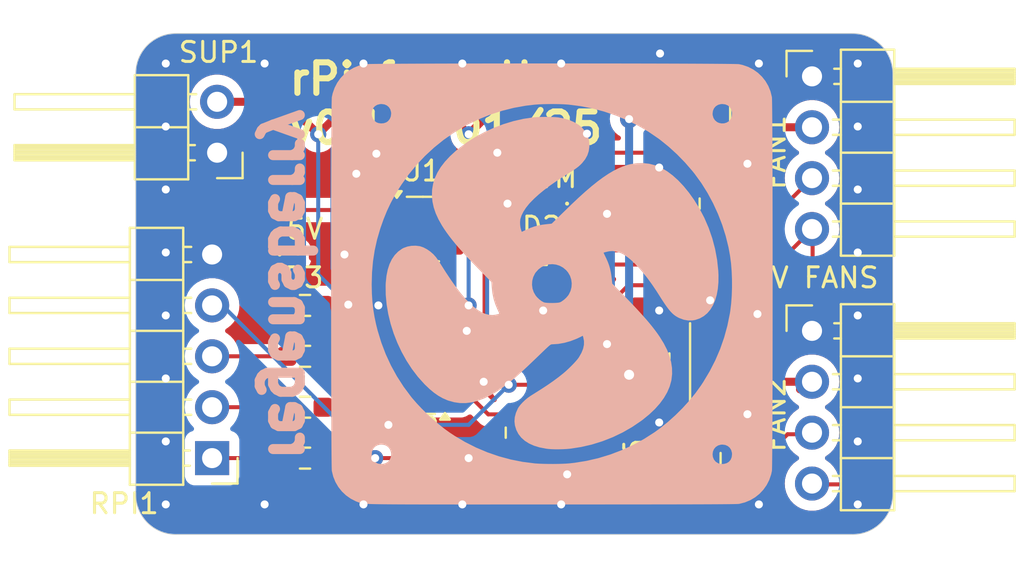
<source format=kicad_pcb>
(kicad_pcb (version 20240108) (generator "pcbnew") (generator_version "8.0")
  (title_block (rev "1"))
  (layers (0 "F.Cu" signal "Front") (1 "In1.Cu" signal) (2 "In2.Cu" signal) (31 "B.Cu" signal "Back") (34 "B.Paste" user) (35 "F.Paste" user) (36 "B.SilkS" user "B.Silkscreen") (37 "F.SilkS" user "F.Silkscreen") (38 "B.Mask" user) (39 "F.Mask" user) (44 "Edge.Cuts" user))
  (net 0 "")
  (net 1 "GND")
  (net 2 "+5V")
  (net 3 "+3.3V")
  (net 4 "Net-(D2-Pad1)")
  (net 5 "PWM_CTL_5V")
  (net 6 "TACH2_3V3")
  (net 7 "PWM_CTL_3V3")
  (net 8 "TACH1_3V3")
  (net 9 "TACH1_5V")
  (net 10 "TACH2_5V")
  (net 12 "Net-(D5-Pad1)")
  (net 13 "Net-(D6-Pad1)")
  (net 14 "Net-(D3-Pad1)")
  (net 15 "Net-(R7-Pad2)")
  (net 16 "Net-(R10-Pad2)")
  (net 17 "Net-(RPI1-Pin_3)")
  (net 18 "Net-(RPI1-Pin_1)")
  (net 19 "Net-(RPI1-Pin_2)")
  (footprint "Resistor_SMD:R_0603_1608Metric_Pad0.98x0.95mm_HandSolder" (layer "F.Cu") (at 100.2625 64.84 90)
    (property "Reference" "R8" (hide yes))
    (property "Value" "33K")
    (pad "1" smd roundrect (at -0.9125 0 90) (size 0.975 0.95) (layers "F.Cu" "F.Paste" "F.Mask") (net 15 "Net-(R7-Pad2)"))
    (pad "2" smd roundrect (at 0.9125 0 90) (size 0.975 0.95) (layers "F.Cu" "F.Paste" "F.Mask") (net 1 "GND"))
  )
  (footprint "Resistor_SMD:R_0603_1608Metric_Pad0.98x0.95mm_HandSolder" (layer "F.Cu") (at 87.1925 71.19)
    (property "Reference" "R1" (hide yes))
    (property "Value" "0R")
    (pad "1" smd roundrect (at -0.9125 0) (size 0.975 0.95) (layers "F.Cu" "F.Paste" "F.Mask") (net 18 "Net-(RPI1-Pin_1)"))
    (pad "2" smd roundrect (at 0.9125 0) (size 0.975 0.95) (layers "F.Cu" "F.Paste" "F.Mask") (net 7 "PWM_CTL_3V3"))
  )
  (footprint "Resistor_SMD:R_0603_1608Metric_Pad0.98x0.95mm_HandSolder" (layer "F.Cu") (at 107.39 71.19 -90)
    (property "Reference" "R9" (hide yes))
    (property "Value" "1K")
    (pad "1" smd roundrect (at -0.9125 0 270) (size 0.975 0.95) (layers "F.Cu" "F.Paste" "F.Mask") (net 6 "TACH2_3V3"))
    (pad "2" smd roundrect (at 0.9125 0 270) (size 0.975 0.95) (layers "F.Cu" "F.Paste" "F.Mask") (net 13 "Net-(D6-Pad1)"))
  )
  (footprint "Connector_PinHeader_2.54mm:PinHeader_1x04_P2.54mm_Horizontal" (layer "F.Cu") (at 112.47 64.84)
    (property "Reference" "FAN2" (at -1.84125 4.19 90) (layer "F.SilkS"))
    (property "Value" "Conn_01x04")
    (pad "1" thru_hole rect (at 0 0) (size 1.7 1.7) (drill 1) (layers "*.Cu" "*.Mask") (net 1 "GND"))
    (pad "2" thru_hole oval (at 0 2.54) (size 1.7 1.7) (drill 1) (layers "*.Cu" "*.Mask") (net 2 "+5V"))
    (pad "3" thru_hole oval (at 0 5.08) (size 1.7 1.7) (drill 1) (layers "*.Cu" "*.Mask") (net 10 "TACH2_5V"))
    (pad "4" thru_hole oval (at 0 7.62) (size 1.7 1.7) (drill 1) (layers "*.Cu" "*.Mask") (net 5 "PWM_CTL_5V"))
  )
  (footprint "Resistor_SMD:R_0603_1608Metric_Pad0.98x0.95mm_HandSolder" (layer "F.Cu") (at 107.39 58.49 -90)
    (property "Reference" "R6" (hide yes))
    (property "Value" "1K")
    (pad "1" smd roundrect (at -0.9125 0 270) (size 0.975 0.95) (layers "F.Cu" "F.Paste" "F.Mask") (net 8 "TACH1_3V3"))
    (pad "2" smd roundrect (at 0.9125 0 270) (size 0.975 0.95) (layers "F.Cu" "F.Paste" "F.Mask") (net 12 "Net-(D5-Pad1)"))
  )
  (footprint "Resistor_SMD:R_0603_1608Metric_Pad0.98x0.95mm_HandSolder" (layer "F.Cu") (at 100.2625 69.92 -90)
    (property "Reference" "R11" (hide yes))
    (property "Value" "33K")
    (pad "1" smd roundrect (at -0.9125 0 270) (size 0.975 0.95) (layers "F.Cu" "F.Paste" "F.Mask") (net 16 "Net-(R10-Pad2)"))
    (pad "2" smd roundrect (at 0.9125 0 270) (size 0.975 0.95) (layers "F.Cu" "F.Paste" "F.Mask") (net 1 "GND"))
  )
  (footprint "Package_TO_SOT_SMD:SOT-23-6_Handsoldering" (layer "F.Cu") (at 92.97 59.76)
    (property "Reference" "U1" (at 0 -2.9 0) (layer "F.SilkS"))
    (property "Value" "74LVC2G17")
    (pad "1" smd roundrect (at -1.35 -0.95) (size 1.56 0.65) (layers "F.Cu" "F.Paste" "F.Mask") (net 7 "PWM_CTL_3V3"))
    (pad "2" smd roundrect (at -1.35 0) (size 1.56 0.65) (layers "F.Cu" "F.Paste" "F.Mask") (net 1 "GND"))
    (pad "3" smd roundrect (at -1.35 0.95) (size 1.56 0.65) (layers "F.Cu" "F.Paste" "F.Mask") (net 1 "GND"))
    (pad "4" smd roundrect (at 1.35 0.95) (size 1.56 0.65) (layers "F.Cu" "F.Paste" "F.Mask"))
    (pad "5" smd roundrect (at 1.35 0) (size 1.56 0.65) (layers "F.Cu" "F.Paste" "F.Mask") (net 2 "+5V"))
    (pad "6" smd roundrect (at 1.35 -0.95) (size 1.56 0.65) (layers "F.Cu" "F.Paste" "F.Mask") (net 5 "PWM_CTL_5V"))
  )
  (footprint "Capacitor_SMD:C_0603_1608Metric_Pad1.08x0.95mm_HandSolder" (layer "F.Cu") (at 93.05 71.19)
    (property "Reference" "C3" (hide yes))
    (property "Value" "0u1")
    (pad "1" smd roundrect (at -0.8625 0) (size 1.075 0.95) (layers "F.Cu" "F.Paste" "F.Mask") (net 3 "+3.3V"))
    (pad "2" smd roundrect (at 0.8625 0) (size 1.075 0.95) (layers "F.Cu" "F.Paste" "F.Mask") (net 1 "GND"))
  )
  (footprint "Resistor_SMD:R_0603_1608Metric_Pad0.98x0.95mm_HandSolder" (layer "F.Cu") (at 98.9925 61.03)
    (property "Reference" "R4" (hide yes))
    (property "Value" "1K")
    (pad "1" smd roundrect (at -0.9125 0) (size 0.975 0.95) (layers "F.Cu" "F.Paste" "F.Mask") (net 5 "PWM_CTL_5V"))
    (pad "2" smd roundrect (at 0.9125 0) (size 0.975 0.95) (layers "F.Cu" "F.Paste" "F.Mask") (net 4 "Net-(D2-Pad1)"))
  )
  (footprint "Resistor_SMD:R_0603_1608Metric_Pad0.98x0.95mm_HandSolder" (layer "F.Cu") (at 97.7225 64.84 -90)
    (property "Reference" "R7" (hide yes))
    (property "Value" "18K")
    (pad "1" smd roundrect (at -0.9125 0 270) (size 0.975 0.95) (layers "F.Cu" "F.Paste" "F.Mask") (net 9 "TACH1_5V"))
    (pad "2" smd roundrect (at 0.9125 0 270) (size 0.975 0.95) (layers "F.Cu" "F.Paste" "F.Mask") (net 15 "Net-(R7-Pad2)"))
  )
  (footprint "Resistor_SMD:R_0603_1608Metric_Pad0.98x0.95mm_HandSolder" (layer "F.Cu") (at 87.1925 68.65)
    (property "Reference" "R2" (hide yes))
    (property "Value" "0R")
    (pad "1" smd roundrect (at -0.9125 0) (size 0.975 0.95) (layers "F.Cu" "F.Paste" "F.Mask") (net 19 "Net-(RPI1-Pin_2)"))
    (pad "2" smd roundrect (at 0.9125 0) (size 0.975 0.95) (layers "F.Cu" "F.Paste" "F.Mask") (net 6 "TACH2_3V3"))
  )
  (footprint "Capacitor_SMD:C_0603_1608Metric_Pad1.08x0.95mm_HandSolder" (layer "F.Cu") (at 92.97 63.57 180)
    (property "Reference" "C4" (hide yes))
    (property "Value" "0u1")
    (pad "1" smd roundrect (at -0.8625 0 180) (size 1.075 0.95) (layers "F.Cu" "F.Paste" "F.Mask") (net 2 "+5V"))
    (pad "2" smd roundrect (at 0.8625 0 180) (size 1.075 0.95) (layers "F.Cu" "F.Paste" "F.Mask") (net 1 "GND"))
  )
  (footprint "Connector_PinHeader_2.54mm:PinHeader_1x05_P2.54mm_Horizontal" (layer "F.Cu") (at 82.56 71.19 180)
    (property "Reference" "RPI1" (at 4.385 -2.27 180) (layer "F.SilkS"))
    (property "Value" "Conn_01x05")
    (pad "1" thru_hole rect (at 0 0 180) (size 1.7 1.7) (drill 1) (layers "*.Cu" "*.Mask") (net 18 "Net-(RPI1-Pin_1)"))
    (pad "2" thru_hole oval (at 0 2.54 180) (size 1.7 1.7) (drill 1) (layers "*.Cu" "*.Mask") (net 19 "Net-(RPI1-Pin_2)"))
    (pad "3" thru_hole oval (at 0 5.08 180) (size 1.7 1.7) (drill 1) (layers "*.Cu" "*.Mask") (net 17 "Net-(RPI1-Pin_3)"))
    (pad "4" thru_hole oval (at 0 7.62 180) (size 1.7 1.7) (drill 1) (layers "*.Cu" "*.Mask") (net 3 "+3.3V"))
    (pad "5" thru_hole oval (at 0 10.16 180) (size 1.7 1.7) (drill 1) (layers "*.Cu" "*.Mask") (net 1 "GND"))
  )
  (footprint "Capacitor_SMD:C_0603_1608Metric_Pad1.08x0.95mm_HandSolder" (layer "F.Cu") (at 104.85 53.41 90)
    (property "Reference" "C2" (hide yes))
    (property "Value" "0u1")
    (pad "1" smd roundrect (at -0.8625 0 90) (size 1.075 0.95) (layers "F.Cu" "F.Paste" "F.Mask") (net 2 "+5V"))
    (pad "2" smd roundrect (at 0.8625 0 90) (size 1.075 0.95) (layers "F.Cu" "F.Paste" "F.Mask") (net 1 "GND"))
  )
  (footprint "Diode_SMD:D_SOD-123F" (layer "F.Cu") (at 107.39 53.28 90)
    (property "Reference" "D1" (at 0.34 1.98875 90) (layer "F.SilkS"))
    (property "Value" "D")
    (pad "1" smd roundrect (at -1.4 0 90) (size 1.1 1.1) (layers "F.Cu" "F.Paste" "F.Mask") (roundrect_rratio 0.2272727273) (net 2 "+5V"))
    (pad "2" smd roundrect (at 1.4 0 90) (size 1.1 1.1) (layers "F.Cu" "F.Paste" "F.Mask") (roundrect_rratio 0.2272727273) (net 1 "GND"))
  )
  (footprint "Diode_SMD:D_SOD-123" (layer "F.Cu") (at 107.39 66.11 90)
    (property "Reference" "D4" (at 0 1.98875 90) (layer "F.SilkS"))
    (property "Value" "D")
    (pad "1" smd roundrect (at -1.65 0 90) (size 0.9 1.2) (layers "F.Cu" "F.Paste" "F.Mask") (net 2 "+5V"))
    (pad "2" smd roundrect (at 1.65 0 90) (size 0.9 1.2) (layers "F.Cu" "F.Paste" "F.Mask") (net 1 "GND"))
  )
  (footprint "Diode_SMD:D_0402_1005Metric_Pad0.77x0.64mm_HandSolder" (layer "F.Cu") (at 104.85 58.49 90)
    (property "Reference" "D5" (at 0 -1.17 90) (layer "F.SilkS"))
    (property "Value" "LTST-C191TBKT")
    (pad "1" smd roundrect (at -0.5725 0 90) (size 0.765 0.64) (layers "F.Cu" "F.Paste" "F.Mask") (net 12 "Net-(D5-Pad1)"))
    (pad "2" smd roundrect (at 0.5725 0 90) (size 0.765 0.64) (layers "F.Cu" "F.Paste" "F.Mask") (net 1 "GND"))
  )
  (footprint "Resistor_SMD:R_0603_1608Metric_Pad0.98x0.95mm_HandSolder" (layer "F.Cu") (at 97.7225 69.92 90)
    (property "Reference" "R10" (hide yes))
    (property "Value" "18K")
    (pad "1" smd roundrect (at -0.9125 0 90) (size 0.975 0.95) (layers "F.Cu" "F.Paste" "F.Mask") (net 10 "TACH2_5V"))
    (pad "2" smd roundrect (at 0.9125 0 90) (size 0.975 0.95) (layers "F.Cu" "F.Paste" "F.Mask") (net 16 "Net-(R10-Pad2)"))
  )
  (footprint "Connector_PinHeader_2.54mm:PinHeader_1x04_P2.54mm_Horizontal" (layer "F.Cu") (at 112.47 52.14)
    (property "Reference" "FAN1" (at -1.84125 3.8 -90) (layer "F.SilkS"))
    (property "Value" "Conn_01x04")
    (pad "1" thru_hole rect (at 0 0) (size 1.7 1.7) (drill 1) (layers "*.Cu" "*.Mask") (net 1 "GND"))
    (pad "2" thru_hole oval (at 0 2.54) (size 1.7 1.7) (drill 1) (layers "*.Cu" "*.Mask") (net 2 "+5V"))
    (pad "3" thru_hole oval (at 0 5.08) (size 1.7 1.7) (drill 1) (layers "*.Cu" "*.Mask") (net 9 "TACH1_5V"))
    (pad "4" thru_hole oval (at 0 7.62) (size 1.7 1.7) (drill 1) (layers "*.Cu" "*.Mask") (net 5 "PWM_CTL_5V"))
  )
  (footprint "Diode_SMD:D_0402_1005Metric_Pad0.77x0.64mm_HandSolder" (layer "F.Cu") (at 87.1925 61.03)
    (property "Reference" "D3" (at -0.06375 1.16 0) (layer "F.SilkS"))
    (property "Value" "LTST-C191TBKT")
    (pad "1" smd roundrect (at -0.5725 0) (size 0.765 0.64) (layers "F.Cu" "F.Paste" "F.Mask") (net 14 "Net-(D3-Pad1)"))
    (pad "2" smd roundrect (at 0.5725 0) (size 0.765 0.64) (layers "F.Cu" "F.Paste" "F.Mask") (net 1 "GND"))
  )
  (footprint "Diode_SMD:D_0402_1005Metric_Pad0.77x0.64mm_HandSolder" (layer "F.Cu") (at 98.9925 58.49 180)
    (property "Reference" "D2" (at 0 -1.17 0) (layer "F.SilkS"))
    (property "Value" "LTST-C191TBKT")
    (pad "1" smd roundrect (at -0.5725 0 180) (size 0.765 0.64) (layers "F.Cu" "F.Paste" "F.Mask") (net 4 "Net-(D2-Pad1)"))
    (pad "2" smd roundrect (at 0.5725 0 180) (size 0.765 0.64) (layers "F.Cu" "F.Paste" "F.Mask") (net 1 "GND"))
  )
  (footprint "Diode_SMD:D_0402_1005Metric_Pad0.77x0.64mm_HandSolder" (layer "F.Cu") (at 104.85 71.19 90)
    (property "Reference" "D6" (at 0 -1.22125 90) (layer "F.SilkS"))
    (property "Value" "LTST-C191TBKT")
    (pad "1" smd roundrect (at -0.5725 0 90) (size 0.765 0.64) (layers "F.Cu" "F.Paste" "F.Mask") (net 13 "Net-(D6-Pad1)"))
    (pad "2" smd roundrect (at 0.5725 0 90) (size 0.765 0.64) (layers "F.Cu" "F.Paste" "F.Mask") (net 1 "GND"))
  )
  (footprint "Resistor_SMD:R_0603_1608Metric_Pad0.98x0.95mm_HandSolder" (layer "F.Cu") (at 87.1925 63.57 180)
    (property "Reference" "R5" (hide yes))
    (property "Value" "1K")
    (pad "1" smd roundrect (at -0.9125 0 180) (size 0.975 0.95) (layers "F.Cu" "F.Paste" "F.Mask") (net 2 "+5V"))
    (pad "2" smd roundrect (at 0.9125 0 180) (size 0.975 0.95) (layers "F.Cu" "F.Paste" "F.Mask") (net 14 "Net-(D3-Pad1)"))
  )
  (footprint "Package_TO_SOT_SMD:SOT-23-6_Handsoldering" (layer "F.Cu") (at 92.97 67.38 180)
    (property "Reference" "U2" (at 0.09125 -2.31 0) (layer "F.SilkS"))
    (property "Value" "74LVC2G17")
    (pad "1" smd roundrect (at -1.35 -0.95 180) (size 1.56 0.65) (layers "F.Cu" "F.Paste" "F.Mask") (net 16 "Net-(R10-Pad2)"))
    (pad "2" smd roundrect (at -1.35 0 180) (size 1.56 0.65) (layers "F.Cu" "F.Paste" "F.Mask") (net 1 "GND"))
    (pad "3" smd roundrect (at -1.35 0.95 180) (size 1.56 0.65) (layers "F.Cu" "F.Paste" "F.Mask") (net 15 "Net-(R7-Pad2)"))
    (pad "4" smd roundrect (at 1.35 0.95 180) (size 1.56 0.65) (layers "F.Cu" "F.Paste" "F.Mask") (net 8 "TACH1_3V3"))
    (pad "5" smd roundrect (at 1.35 0 180) (size 1.56 0.65) (layers "F.Cu" "F.Paste" "F.Mask") (net 3 "+3.3V"))
    (pad "6" smd roundrect (at 1.35 -0.95 180) (size 1.56 0.65) (layers "F.Cu" "F.Paste" "F.Mask") (net 6 "TACH2_3V3"))
  )
  (footprint "Connector_PinHeader_2.54mm:PinHeader_1x02_P2.54mm_Horizontal" (layer "F.Cu") (at 82.81 55.95 180)
    (property "Reference" "SUP1" (at -0.06875 5.01 0) (layer "F.SilkS"))
    (property "Value" "Conn_01x02")
    (pad "1" thru_hole rect (at 0 0 180) (size 1.7 1.7) (drill 1) (layers "*.Cu" "*.Mask") (net 1 "GND"))
    (pad "2" thru_hole oval (at 0 2.54 180) (size 1.7 1.7) (drill 1) (layers "*.Cu" "*.Mask") (net 2 "+5V"))
  )
  (footprint "Capacitor_SMD:C_0603_1608Metric_Pad1.08x0.95mm_HandSolder" (layer "F.Cu") (at 104.85 66.11 90)
    (property "Reference" "C1" (hide yes))
    (property "Value" "0u1")
    (pad "1" smd roundrect (at -0.8625 0 90) (size 1.075 0.95) (layers "F.Cu" "F.Paste" "F.Mask") (net 2 "+5V"))
    (pad "2" smd roundrect (at 0.8625 0 90) (size 1.075 0.95) (layers "F.Cu" "F.Paste" "F.Mask") (net 1 "GND"))
  )
  (footprint "Resistor_SMD:R_0603_1608Metric_Pad0.98x0.95mm_HandSolder" (layer "F.Cu") (at 87.1925 66.11)
    (property "Reference" "R3" (hide yes))
    (property "Value" "0R")
    (pad "1" smd roundrect (at -0.9125 0) (size 0.975 0.95) (layers "F.Cu" "F.Paste" "F.Mask") (net 17 "Net-(RPI1-Pin_3)"))
    (pad "2" smd roundrect (at 0.9125 0) (size 0.975 0.95) (layers "F.Cu" "F.Paste" "F.Mask") (net 8 "TACH1_3V3"))
  )
  (footprint "LOGO" (layer "B.Cu") (at 99.5 62.502658 180)
    (property "Reference" "G***" (hide yes))
    (property "Value" "LOGO" (hide yes))
  )
  (gr_arc (start 78.75 52) (mid 79.335786 50.585786) (end 80.75 50) (stroke (width 0.0381)) (layer "Edge.Cuts"))
  (gr_line (start 114.5 75) (end 80.75 75) (stroke (width 0.0381)) (layer "Edge.Cuts"))
  (gr_line (start 78.75 73) (end 78.75 52) (stroke (width 0.0381)) (layer "Edge.Cuts"))
  (gr_arc (start 116.5 73) (mid 115.914214 74.414214) (end 114.5 75) (stroke (width 0.0381)) (layer "Edge.Cuts"))
  (gr_arc (start 114.5 50) (mid 115.914214 50.585786) (end 116.5 52) (stroke (width 0.0381)) (layer "Edge.Cuts"))
  (gr_line (start 80.75 50) (end 114.5 50) (stroke (width 0.0381)) (layer "Edge.Cuts"))
  (gr_arc (start 80.75 75) (mid 79.335786 74.414214) (end 78.75 73) (stroke (width 0.0381)) (layer "Edge.Cuts"))
  (gr_line (start 116.5 52) (end 116.5 73) (stroke (width 0.0381)) (layer "Edge.Cuts"))
  (gr_text "regensberry" (at 86.5 62.5 270) (layer "B.SilkS") (effects (font (size 2 2) (thickness 0.5) (bold yes)) (justify mirror)))
  (gr_text "rPi_fan_ctl\nv0.1.1 01/25" (at 86.25 53.5 0) (layer "F.SilkS") (effects (font (size 1.524 1.524) (thickness 0.3048) (bold yes)) (justify left)))
  (gr_text "5V FANS" (at 115.87875 62.19 0) (layer "F.SilkS") (effects (font (size 1 1)) (justify right)))
  (gr_text "5V" (at 87.1925 59.76 0) (layer "F.SilkS") (effects (font (size 1 1))))
  (gr_text "PWM" (at 99.1125 57.19 0) (layer "F.SilkS") (effects (font (size 1 1))))
  (segment (start 93.9125 71.19) (end 95.35 71.19) (width 0.2) (layer "F.Cu") (net 1))
  (segment (start 90.35 60.53) (end 90.35 60.03) (width 0.2) (layer "F.Cu") (net 1))
  (segment (start 92.1075 62.1995) (end 91.62 61.712) (width 0.2) (layer "F.Cu") (net 1))
  (segment (start 104.85 65.2475) (end 104.85 63.824) (width 0.2) (layer "F.Cu") (net 1))
  (segment (start 87.765 61.03) (end 89.16 61.03) (width 0.2) (layer "F.Cu") (net 1))
  (segment (start 100.2625 63.9275) (end 99.1695 63.9275) (width 0.2) (layer "F.Cu") (net 1))
  (segment (start 92.1075 63.57) (end 92.14 63.57) (width 0.2) (layer "F.Cu") (net 1))
  (segment (start 94.32 67.38) (end 96.1 67.38) (width 0.2) (layer "F.Cu") (net 1))
  (segment (start 99.1695 63.9275) (end 99.066 63.824) (width 0.2) (layer "F.Cu") (net 1))
  (segment (start 106.63 51.88) (end 105.75 51) (width 0.2) (layer "F.Cu") (net 1))
  (segment (start 104.85 69.47) (end 104.908 69.412) (width 0.2) (layer "F.Cu") (net 1))
  (segment (start 91.62 60.71) (end 90.53 60.71) (width 0.2) (layer "F.Cu") (net 1))
  (segment (start 107.39 64.46) (end 107.39 63.316) (width 0.2) (layer "F.Cu") (net 1))
  (segment (start 104.85 70.6175) (end 104.85 69.47) (width 0.2) (layer "F.Cu") (net 1))
  (segment (start 98.42 58.49) (end 97.288 58.49) (width 0.2) (layer "F.Cu") (net 1))
  (segment (start 105.75 51) (end 104.892855 51) (width 0.2) (layer "F.Cu") (net 1))
  (segment (start 92.1075 63.57) (end 92.1075 62.1995) (width 0.2) (layer "F.Cu") (net 1))
  (segment (start 91.62 59.76) (end 90.62 59.76) (width 0.2) (layer "F.Cu") (net 1))
  (segment (start 104.85 57.9175) (end 104.85 56.69) (width 0.2) (layer "F.Cu") (net 1))
  (segment (start 90.62 59.76) (end 90.35 60.03) (width 0.2) (layer "F.Cu") (net 1))
  (segment (start 92.1075 63.57) (end 90.89 63.57) (width 0.2) (layer "F.Cu") (net 1))
  (segment (start 100.2625 70.8325) (end 100.2625 72.206) (width 0.2) (layer "F.Cu") (net 1))
  (segment (start 104.85 51.042855) (end 104.892855 51) (width 0.2) (layer "F.Cu") (net 1))
  (segment (start 107.39 51.88) (end 106.63 51.88) (width 0.2) (layer "F.Cu") (net 1))
  (segment (start 90.53 60.71) (end 90.35 60.53) (width 0.2) (layer "F.Cu") (net 1))
  (segment (start 104.85 52.5475) (end 104.85 51.042855) (width 0.2) (layer "F.Cu") (net 1))
  (segment (start 90.89 63.57) (end 90.85 63.53) (width 0.2) (layer "F.Cu") (net 1))
  (segment (start 91.62 61.712) (end 91.62 60.71) (width 0.2) (layer "F.Cu") (net 1))
  (via (at 109.821426 51.5) (size 0.8) (drill 0.4) (layers "F.Cu" "B.Cu") (net 1))
  (via (at 109.75 64) (size 0.8) (drill 0.4) (layers "F.Cu" "B.Cu") (net 1))
  (via (at 109.25 56.5) (size 0.8) (drill 0.4) (layers "F.Cu" "B.Cu") (net 1))
  (via (at 104.85 56.69) (size 0.8) (drill 0.4) (layers "F.Cu" "B.Cu") (net 1))
  (via (at 80.25 54.642857) (size 0.8) (drill 0.4) (layers "F.Cu" "B.Cu") (net 1))
  (via (at 104.892855 51) (size 0.8) (drill 0.4) (layers "F.Cu" "B.Cu") (net 1))
  (via (at 80.25 60.928571) (size 0.8) (drill 0.4) (layers "F.Cu" "B.Cu") (net 1))
  (via (at 95.35 71.19) (size 0.8) (drill 0.4) (layers "F.Cu" "B.Cu") (net 1))
  (via (at 85.178571 73.5) (size 0.8) (drill 0.4) (layers "F.Cu" "B.Cu") (net 1))
  (via (at 80.25 67.214285) (size 0.8) (drill 0.4) (layers "F.Cu" "B.Cu") (net 1))
  (via (at 96.1 67.38) (size 0.8) (drill 0.4) (layers "F.Cu" "B.Cu") (net 1))
  (via (at 90.85 63.57) (size 0.8) (drill 0.4) (layers "F.Cu" "B.Cu") (net 1))
  (via (at 99.964284 73.5) (size 0.8) (drill 0.4) (layers "F.Cu" "B.Cu") (net 1))
  (via (at 114.75 54.642857) (size 0.8) (drill 0.4) (layers "F.Cu" "B.Cu") (net 1))
  (via (at 97.288 58.49) (size 0.8) (drill 0.4) (layers "F.Cu" "B.Cu") (net 1))
  (via (at 80.25 57.785714) (size 0.8) (drill 0.4) (layers "F.Cu" "B.Cu") (net 1))
  (via (at 101.25 55) (size 0.8) (drill 0.4) (layers "F.Cu" "B.Cu") (net 1))
  (via (at 114.75 57.785714) (size 0.8) (drill 0.4) (layers "F.Cu" "B.Cu") (net 1))
  (via (at 99.066 63.824) (size 0.8) (drill 0.4) (layers "F.Cu" "B.Cu") (net 1))
  (via (at 80.25 51.5) (size 0.8) (drill 0.4) (layers "F.Cu" "B.Cu") (net 1))
  (via (at 114.75 73.5) (size 0.8) (drill 0.4) (layers "F.Cu" "B.Cu") (net 1))
  (via (at 99.964284 51.5) (size 0.8) (drill 0.4) (layers "F.Cu" "B.Cu") (net 1))
  (via (at 89.75 57) (size 0.8) (drill 0.4) (layers "F.Cu" "B.Cu") (net 1))
  (via (at 95.035713 73.5) (size 0.8) (drill 0.4) (layers "F.Cu" "B.Cu") (net 1))
  (via (at 95.035713 51.5) (size 0.8) (drill 0.4) (layers "F.Cu" "B.Cu") (net 1))
  (via (at 90.107142 51.5) (size 0.8) (drill 0.4) (layers "F.Cu" "B.Cu") (net 1))
  (via (at 80.25 73.5) (size 0.8) (drill 0.4) (layers "F.Cu" "B.Cu") (net 1))
  (via (at 114.75 60.928571) (size 0.8) (drill 0.4) (layers "F.Cu" "B.Cu") (net 1))
  (via (at 109.821426 73.5) (size 0.8) (drill 0.4) (layers "F.Cu" "B.Cu") (net 1))
  (via (at 90.107142 73.499231) (size 0.8) (drill 0.4) (layers "F.Cu" "B.Cu") (net 1))
  (via (at 107.39 63.316) (size 0.8) (drill 0.4) (layers "F.Cu" "B.Cu") (net 1))
  (via (at 114.75 64.071428) (size 0.8) (drill 0.4) (layers "F.Cu" "B.Cu") (net 1))
  (via (at 114.75 70.357142) (size 0.8) (drill 0.4) (layers "F.Cu" "B.Cu") (net 1))
  (via (at 90.75 56) (size 0.8) (drill 0.4) (layers "F.Cu" "B.Cu") (net 1))
  (via (at 114.75 51.5) (size 0.8) (drill 0.4) (layers "F.Cu" "B.Cu") (net 1))
  (via (at 100.2625 72) (size 0.8) (drill 0.4) (layers "F.Cu" "B.Cu") (net 1))
  (via (at 85.178571 51.5) (size 0.8) (drill 0.4) (layers "F.Cu" "B.Cu") (net 1))
  (via (at 80.25 70.357142) (size 0.8) (drill 0.4) (layers "F.Cu" "B.Cu") (net 1))
  (via (at 109.25 69) (size 0.8) (drill 0.4) (layers "F.Cu" "B.Cu") (net 1))
  (via (at 89.16 61.03) (size 0.8) (drill 0.4) (layers "F.Cu" "B.Cu") (net 1))
  (via (at 104.85 69.412) (size 0.8) (drill 0.4) (layers "F.Cu" "B.Cu") (net 1))
  (via (at 102.25 59) (size 0.8) (drill 0.4) (layers "F.Cu" "B.Cu") (net 1))
  (via (at 80.25 64.071428) (size 0.8) (drill 0.4) (layers "F.Cu" "B.Cu") (net 1))
  (via (at 102.25 65.5) (size 0.8) (drill 0.4) (layers "F.Cu" "B.Cu") (net 1))
  (via (at 114.75 67.214285) (size 0.8) (drill 0.4) (layers "F.Cu" "B.Cu") (net 1))
  (via (at 104.85 63.824) (size 0.8) (drill 0.4) (layers "F.Cu" "B.Cu") (net 1))
  (segment (start 107.39 67.76) (end 106.58 67.76) (width 0.4) (layer "F.Cu") (net 2))
  (segment (start 89.31 63.57) (end 89.35 63.53) (width 0.2) (layer "F.Cu") (net 2))
  (segment (start 106.25 54.68) (end 105.8425 54.2725) (width 0.4) (layer "F.Cu") (net 2))
  (segment (start 103.35 54.2725) (end 103.1075 54.2725) (width 0.4) (layer "F.Cu") (net 2))
  (segment (start 93.8325 63.57) (end 93.8325 61.8925) (width 0.2) (layer "F.Cu") (net 2))
  (segment (start 106.58 67.76) (end 105.7925 66.9725) (width 0.4) (layer "F.Cu") (net 2))
  (segment (start 104.85 66.9725) (end 103.4075 66.9725) (width 0.4) (layer "F.Cu") (net 2))
  (segment (start 107.39 54.68) (end 112.25 54.68) (width 0.4) (layer "F.Cu") (net 2))
  (segment (start 93.8325 61.8925) (end 92.97 61.03) (width 0.2) (layer "F.Cu") (net 2))
  (segment (start 112.25 54.68) (end 112.35 54.78) (width 0.4) (layer "F.Cu") (net 2))
  (segment (start 109.1 67.76) (end 109.48 67.38) (width 0.4) (layer "F.Cu") (net 2))
  (segment (start 105.7925 66.9725) (end 104.85 66.9725) (width 0.4) (layer "F.Cu") (net 2))
  (segment (start 89.35 53.53) (end 93.85 53.53) (width 0.4) (layer "F.Cu") (net 2))
  (segment (start 86.23 53.41) (end 87.85 55.03) (width 0.4) (layer "F.Cu") (net 2))
  (segment (start 93.224 59.76) (end 92.97 60.014) (width 0.2) (layer "F.Cu") (net 2))
  (segment (start 95.35 55.03) (end 96.85 53.53) (width 0.4) (layer "F.Cu") (net 2))
  (segment (start 96.85 53.53) (end 102.6075 53.53) (width 0.4) (layer "F.Cu") (net 2))
  (segment (start 92.97 60.014) (end 92.97 61.03) (width 0.2) (layer "F.Cu") (net 2))
  (segment (start 107.39 54.68) (end 106.25 54.68) (width 0.4) (layer "F.Cu") (net 2))
  (segment (start 93.85 53.53) (end 95.35 55.03) (width 0.4) (layer "F.Cu") (net 2))
  (segment (start 102.6075 53.53) (end 103.35 54.2725) (width 0.4) (layer "F.Cu") (net 2))
  (segment (start 82.81 53.41) (end 86.23 53.41) (width 0.4) (layer "F.Cu") (net 2))
  (segment (start 93.8325 63.57) (end 95.256 63.57) (width 0.2) (layer "F.Cu") (net 2))
  (segment (start 103.1075 54.2725) (end 104.85 54.2725) (width 0.4) (layer "F.Cu") (net 2))
  (segment (start 112.47 67.38) (end 109.48 67.38) (width 0.4) (layer "F.Cu") (net 2))
  (segment (start 107.39 67.76) (end 109.1 67.76) (width 0.4) (layer "F.Cu") (net 2))
  (segment (start 94.32 59.76) (end 93.224 59.76) (width 0.2) (layer "F.Cu") (net 2))
  (segment (start 103.4075 66.9725) (end 103.35 67.03) (width 0.4) (layer "F.Cu") (net 2))
  (segment (start 104.85 54.2725) (end 105.8425 54.2725) (width 0.4) (layer "F.Cu") (net 2))
  (segment (start 88.105 63.57) (end 89.31 63.57) (width 0.2) (layer "F.Cu") (net 2))
  (segment (start 87.85 55.03) (end 89.35 53.53) (width 0.4) (layer "F.Cu") (net 2))
  (segment (start 111.87 67.76) (end 112.35 67.28) (width 0.4) (layer "F.Cu") (net 2))
  (via (at 87.85 55.03) (size 0.8) (drill 0.4) (layers "F.Cu" "B.Cu") (net 2))
  (via (at 95.35 55.03) (size 0.8) (drill 0.4) (layers "F.Cu" "B.Cu") (net 2))
  (via (at 103.35 54.2725) (size 0.9) (drill 0.4) (layers "F.Cu" "B.Cu") (net 2))
  (via (at 103.35 67.03) (size 1) (drill 0.5) (layers "F.Cu" "B.Cu") (net 2))
  (via (at 89.35 63.53) (size 0.8) (drill 0.4) (layers "F.Cu" "B.Cu") (net 2))
  (via (at 95.35 63.57) (size 0.8) (drill 0.4) (layers "F.Cu" "B.Cu") (net 2))
  (segment (start 95.35 55.03) (end 95.35 63.57) (width 0.2) (layer "B.Cu") (net 2))
  (segment (start 95.256 55.124) (end 95.35 55.03) (width 0.2) (layer "B.Cu") (net 2))
  (segment (start 87.85 55.03) (end 87.85 62.03) (width 0.2) (layer "B.Cu") (net 2))
  (segment (start 103.35 54.2725) (end 103.35 67.03) (width 0.4) (layer "B.Cu") (net 2))
  (segment (start 87.85 62.03) (end 89.35 63.53) (width 0.2) (layer "B.Cu") (net 2))
  (segment (start 91.62 67.38) (end 92.716 67.38) (width 0.2) (layer "F.Cu") (net 3))
  (segment (start 92.716 67.38) (end 92.97 67.634) (width 0.2) (layer "F.Cu") (net 3))
  (segment (start 92.1875 71.19) (end 90.69 71.19) (width 0.2) (layer "F.Cu") (net 3))
  (segment (start 92.1875 69.6925) (end 92.1875 71.19) (width 0.2) (layer "F.Cu") (net 3))
  (segment (start 92.97 68.91) (end 92.1875 69.6925) (width 0.2) (layer "F.Cu") (net 3))
  (segment (start 92.97 67.634) (end 92.97 68.91) (width 0.2) (layer "F.Cu") (net 3))
  (via (at 90.69 71.19) (size 0.8) (drill 0.4) (layers "F.Cu" "B.Cu") (net 3))
  (segment (start 83.03 63.53) (end 82.85 63.53) (width 0.2) (layer "B.Cu") (net 3))
  (segment (start 90.69 71.19) (end 83.03 63.53) (width 0.2) (layer "B.Cu") (net 3))
  (segment (start 99.565 58.49) (end 100.81 58.49) (width 0.2) (layer "F.Cu") (net 4))
  (segment (start 100.85 61.03) (end 101.35 60.53) (width 0.2) (layer "F.Cu") (net 4))
  (segment (start 100.81 58.49) (end 101.35 59.03) (width 0.2) (layer "F.Cu") (net 4))
  (segment (start 101.35 59.03) (end 101.35 60.53) (width 0.2) (layer "F.Cu") (net 4))
  (segment (start 99.905 61.03) (end 100.85 61.03) (width 0.2) (layer "F.Cu") (net 4))
  (segment (start 96.145 59.125) (end 96.145 61.03) (width 0.2) (layer "F.Cu") (net 5))
  (segment (start 109.685 62.565) (end 112.5 59.75) (width 0.2) (layer "F.Cu") (net 5))
  (segment (start 96.145 64.205) (end 96.78 64.84) (width 0.2) (layer "F.Cu") (net 5))
  (segment (start 115.75 63.25) (end 115.75 71.5) (width 0.2) (layer "F.Cu") (net 5))
  (segment (start 113.25 62.25) (end 114.75 62.25) (width 0.2) (layer "F.Cu") (net 5))
  (segment (start 95.83 58.81) (end 96.145 59.125) (width 0.2) (layer "F.Cu") (net 5))
  (segment (start 112.5 61.5) (end 113.25 62.25) (width 0.2) (layer "F.Cu") (net 5))
  (segment (start 101.04 64.84) (end 103.315 62.565) (width 0.2) (layer "F.Cu") (net 5))
  (segment (start 112.5 59.75) (end 112.5 61.5) (width 0.2) (layer "F.Cu") (net 5))
  (segment (start 115.75 71.5) (end 114.75 72.5) (width 0.2) (layer "F.Cu") (net 5))
  (segment (start 96.78 64.84) (end 101.04 64.84) (width 0.2) (layer "F.Cu") (net 5))
  (segment (start 114.75 62.25) (end 115.75 63.25) (width 0.2) (layer "F.Cu") (net 5))
  (segment (start 94.32 58.81) (end 95.83 58.81) (width 0.2) (layer "F.Cu") (net 5))
  (segment (start 96.145 61.03) (end 96.145 64.205) (width 0.2) (layer "F.Cu") (net 5))
  (segment (start 96.145 61.03) (end 98.08 61.03) (width 0.2) (layer "F.Cu") (net 5))
  (segment (start 103.315 62.565) (end 109.685 62.565) (width 0.2) (layer "F.Cu") (net 5))
  (segment (start 114.75 72.5) (end 112.5 72.5) (width 0.2) (layer "F.Cu") (net 5))
  (segment (start 91.35 68.53) (end 91.35 69.53) (width 0.2) (layer "F.Cu") (net 6))
  (segment (start 88.105 68.65) (end 89.23 68.65) (width 0.2) (layer "F.Cu") (net 6))
  (segment (start 91.05 68.33) (end 90.85 68.53) (width 0.2) (layer "F.Cu") (net 6))
  (segment (start 89.23 68.65) (end 89.35 68.53) (width 0.2) (layer "F.Cu") (net 6))
  (segment (start 91.62 68.33) (end 91.35 68.53) (width 0.2) (layer "F.Cu") (net 6))
  (segment (start 102.622 68.396) (end 106.356 68.396) (width 0.2) (layer "F.Cu") (net 6))
  (segment (start 91.62 68.33) (end 91.05 68.33) (width 0.2) (layer "F.Cu") (net 6))
  (segment (start 91.62 68.33) (end 89.55 68.33) (width 0.2) (layer "F.Cu") (net 6))
  (segment (start 107.39 69.43) (end 107.39 70.2775) (width 0.2) (layer "F.Cu") (net 6))
  (segment (start 106.356 68.396) (end 107.39 69.43) (width 0.2) (layer "F.Cu") (net 6))
  (segment (start 101.756 67.53) (end 102.622 68.396) (width 0.2) (layer "F.Cu") (net 6))
  (segment (start 97.35 67.53) (end 101.756 67.53) (width 0.2) (layer "F.Cu") (net 6))
  (segment (start 89.55 68.33) (end 89.35 68.53) (width 0.2) (layer "F.Cu") (net 6))
  (via (at 91.35 69.53) (size 0.8) (drill 0.4) (layers "F.Cu" "B.Cu") (net 6))
  (via (at 97.35 67.53) (size 0.8) (drill 0.4) (layers "F.Cu" "B.Cu") (net 6))
  (segment (start 95.35 69.53) (end 91.35 69.53) (width 0.2) (layer "B.Cu") (net 6))
  (segment (start 97.35 67.53) (end 95.35 69.53) (width 0.2) (layer "B.Cu") (net 6))
  (segment (start 81.05 59.33) (end 81.57 58.81) (width 0.2) (layer "F.Cu") (net 7))
  (segment (start 81.05 72.5) (end 81.58 73.03) (width 0.2) (layer "F.Cu") (net 7))
  (segment (start 81.05 72.5) (end 81.05 59.33) (width 0.2) (layer "F.Cu") (net 7))
  (segment (start 81.57 58.81) (end 91.62 58.81) (width 0.2) (layer "F.Cu") (net 7))
  (segment (start 81.85 73.03) (end 83.72 73.03) (width 0.2) (layer "F.Cu") (net 7))
  (segment (start 84.25 72.5) (end 89.6 72.5) (width 0.2) (layer "F.Cu") (net 7))
  (segment (start 89.6 72.5) (end 89.85 72.25) (width 0.2) (layer "F.Cu") (net 7))
  (segment (start 81.58 73.03) (end 81.85 73.03) (width 0.2) (layer "F.Cu") (net 7))
  (segment (start 89.51 71.19) (end 89.85 71.53) (width 0.2) (layer "F.Cu") (net 7))
  (segment (start 89.85 71.53) (end 89.85 72.25) (width 0.2) (layer "F.Cu") (net 7))
  (segment (start 83.72 73.03) (end 84.25 72.5) (width 0.2) (layer "F.Cu") (net 7))
  (segment (start 88.105 71.19) (end 89.51 71.19) (width 0.2) (layer "F.Cu") (net 7))
  (segment (start 91.62 66.43) (end 89.75 66.43) (width 0.2) (layer "F.Cu") (net 8))
  (segment (start 92.462 64.84) (end 95.256 64.84) (width 0.2) (layer "F.Cu") (net 8))
  (segment (start 91.62 66.43) (end 91.62 65.682) (width 0.2) (layer "F.Cu") (net 8))
  (segment (start 107.39 56.57) (end 107.39 57.5775) (width 0.2) (layer "F.Cu") (net 8))
  (segment (start 88.105 66.11) (end 89.43 66.11) (width 0.2) (layer "F.Cu") (net 8))
  (segment (start 96.78 55.95) (end 106.77 55.95) (width 0.2) (layer "F.Cu") (net 8))
  (segment (start 89.75 66.43) (end 89.43 66.11) (width 0.2) (layer "F.Cu") (net 8))
  (segment (start 106.77 55.95) (end 107.39 56.57) (width 0.2) (layer "F.Cu") (net 8))
  (segment (start 91.62 65.682) (end 92.462 64.84) (width 0.2) (layer "F.Cu") (net 8))
  (via (at 96.78 55.95) (size 0.8) (drill 0.4) (layers "F.Cu" "B.Cu") (net 8))
  (via (at 95.256 64.84) (size 0.8) (drill 0.4) (layers "F.Cu" "B.Cu") (net 8))
  (segment (start 96.272 64.586) (end 96.272 56.458) (width 0.2) (layer "B.Cu") (net 8))
  (segment (start 96.018 64.84) (end 96.272 64.586) (width 0.2) (layer "B.Cu") (net 8))
  (segment (start 96.272 56.458) (end 96.78 55.95) (width 0.2) (layer "B.Cu") (net 8))
  (segment (start 95.256 64.84) (end 96.018 64.84) (width 0.2) (layer "B.Cu") (net 8))
  (segment (start 97.7225 63.9275) (end 97.7225 62.9575) (width 0.2) (layer "F.Cu") (net 9))
  (segment (start 108.16 61.53) (end 112.47 57.22) (width 0.2) (layer "F.Cu") (net 9))
  (segment (start 98.25 62.43) (end 100.95 62.43) (width 0.2) (layer "F.Cu") (net 9))
  (segment (start 100.95 62.43) (end 101.85 61.53) (width 0.2) (layer "F.Cu") (net 9))
  (segment (start 101.85 61.53) (end 108.16 61.53) (width 0.2) (layer "F.Cu") (net 9))
  (segment (start 97.7225 62.9575) (end 98.25 62.43) (width 0.2) (layer "F.Cu") (net 9))
  (segment (start 112.47 69.92) (end 112.39 70) (width 0.2) (layer "F.Cu") (net 10))
  (segment (start 98.5 72.75) (end 97.7225 71.9725) (width 0.2) (layer "F.Cu") (net 10))
  (segment (start 107.22 74.03) (end 104.78 74.03) (width 0.2) (layer "F.Cu") (net 10))
  (segment (start 104.78 74.03) (end 103.5 72.75) (width 0.2) (layer "F.Cu") (net 10))
  (segment (start 97.7225 71.9725) (end 97.7225 70.8325) (width 0.2) (layer "F.Cu") (net 10))
  (segment (start 103.5 72.75) (end 98.5 72.75) (width 0.2) (layer "F.Cu") (net 10))
  (segment (start 112.39 70) (end 111.25 70) (width 0.2) (layer "F.Cu") (net 10))
  (segment (start 111.25 70) (end 107.22 74.03) (width 0.2) (layer "F.Cu") (net 10))
  (segment (start 104.85 59.89) (end 105.49 60.53) (width 0.2) (layer "F.Cu") (net 12))
  (segment (start 107.39 59.4025) (end 107.39 60.13) (width 0.2) (layer "F.Cu") (net 12))
  (segment (start 104.85 59.0625) (end 104.85 59.89) (width 0.2) (layer "F.Cu") (net 12))
  (segment (start 105.49 60.53) (end 106.99 60.53) (width 0.2) (layer "F.Cu") (net 12))
  (segment (start 107.39 60.13) (end 106.99 60.53) (width 0.2) (layer "F.Cu") (net 12))
  (segment (start 104.85 71.7625) (end 104.85 72.89) (width 0.2) (layer "F.Cu") (net 13))
  (segment (start 106.99 73.53) (end 107.39 73.13) (width 0.2) (layer "F.Cu") (net 13))
  (segment (start 104.85 72.89) (end 105.49 73.53) (width 0.2) (layer "F.Cu") (net 13))
  (segment (start 105.49 73.53) (end 106.99 73.53) (width 0.2) (layer "F.Cu") (net 13))
  (segment (start 107.39 73.13) (end 107.39 72.1025) (width 0.2) (layer "F.Cu") (net 13))
  (segment (start 86.28 63.57) (end 85.39 63.57) (width 0.2) (layer "F.Cu") (net 14))
  (segment (start 85.35 61.03) (end 84.85 61.53) (width 0.2) (layer "F.Cu") (net 14))
  (segment (start 86.62 61.03) (end 85.35 61.03) (width 0.2) (layer "F.Cu") (net 14))
  (segment (start 85.39 63.57) (end 84.85 63.03) (width 0.2) (layer "F.Cu") (net 14))
  (segment (start 84.85 63.03) (end 84.85 61.53) (width 0.2) (layer "F.Cu") (net 14))
  (segment (start 97.7275 65.7525) (end 97.65 65.83) (width 0.2) (layer "F.Cu") (net 15))
  (segment (start 97.7225 65.7525) (end 96.5275 65.7525) (width 0.2) (layer "F.Cu") (net 15))
  (segment (start 100.2625 65.7525) (end 97.7275 65.7525) (width 0.2) (layer "F.Cu") (net 15))
  (segment (start 94.32 66.43) (end 95.85 66.43) (width 0.2) (layer "F.Cu") (net 15))
  (segment (start 96.5275 65.7525) (end 95.85 66.43) (width 0.2) (layer "F.Cu") (net 15))
  (segment (start 94.32 68.33) (end 95.65 68.33) (width 0.2) (layer "F.Cu") (net 16))
  (segment (start 97.7225 69.0075) (end 96.3275 69.0075) (width 0.2) (layer "F.Cu") (net 16))
  (segment (start 96.3275 69.0075) (end 95.65 68.33) (width 0.2) (layer "F.Cu") (net 16))
  (segment (start 97.7225 69.0075) (end 100.3275 69.0075) (width 0.2) (layer "F.Cu") (net 16))
  (segment (start 86.28 66.11) (end 82.81 66.11) (width 0.2) (layer "F.Cu") (net 17))
  (segment (start 86.28 71.19) (end 82.81 71.19) (width 0.2) (layer "F.Cu") (net 18))
  (segment (start 86.28 68.65) (end 82.81 68.65) (width 0.2) (layer "F.Cu") (net 19))
  (zone (net 1) (net_name "GND") (layers "F&B.Cu") (connect_pads yes (clearance 0.508)) (min_thickness 0.25) (fill yes (thermal_gap 0.5) (thermal_bridge_width 0.5))
    (polygon (pts (xy 118.37 76.27) (xy 77.73 76.27) (xy 77.73 48.33) (xy 118.37 48.33)))
  )
)
</source>
